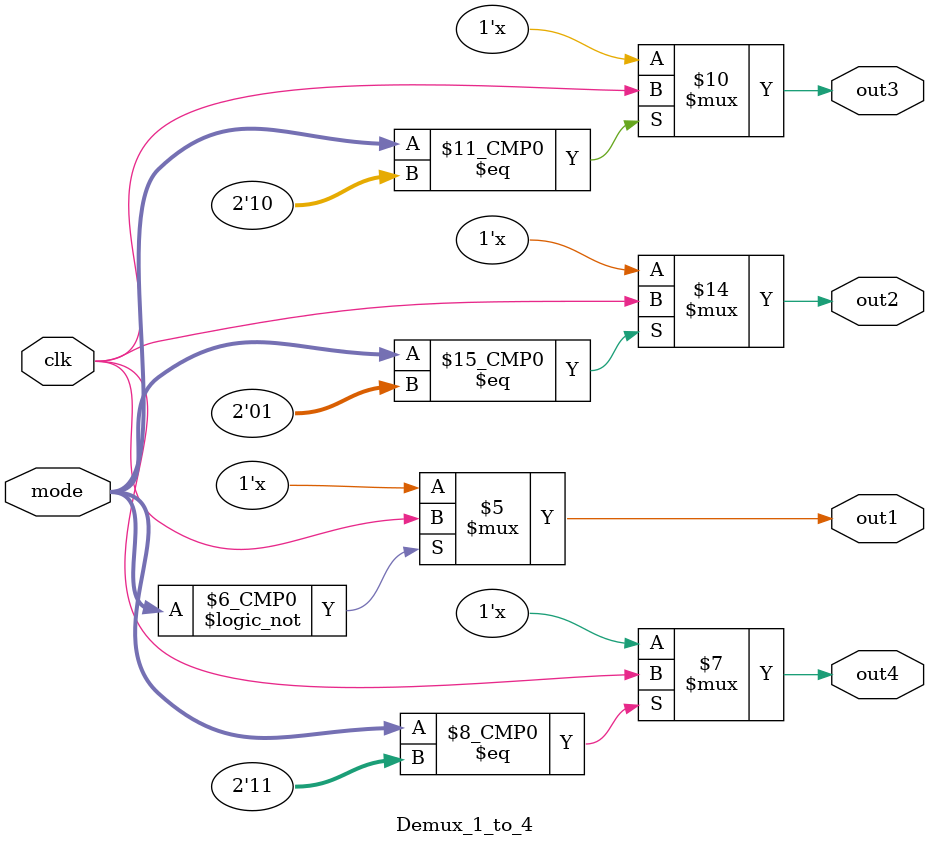
<source format=v>
module Demux_1_to_4(
	clk,
	out1,
	out2,
	out3,
	out4,
	mode
    );
	 
	input 	wire clk;
	input 	wire [1:0]  mode;
	output 	reg out1,out2,out3,out4;

	always @(*) 
		begin
			case (mode)
				2'b00: out1 = clk;
				2'b01: out2 = clk;
				2'b10: out3 = clk;
				2'b11: out4 = clk;
			endcase
		end

endmodule




</source>
